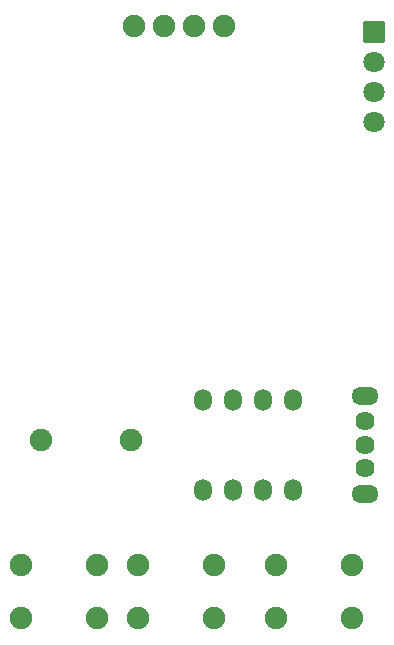
<source format=gts>
G04 Layer: TopSolderMaskLayer*
G04 EasyEDA Pro v2.2.38.8, 2025-05-22 15:01:17*
G04 Gerber Generator version 0.3*
G04 Scale: 100 percent, Rotated: No, Reflected: No*
G04 Dimensions in millimeters*
G04 Leading zeros omitted, absolute positions, 4 integers and 5 decimals*
%FSLAX45Y45*%
%MOMM*%
%AMRoundRect*1,1,$1,$2,$3*1,1,$1,$4,$5*1,1,$1,0-$2,0-$3*1,1,$1,0-$4,0-$5*20,1,$1,$2,$3,$4,$5,0*20,1,$1,$4,$5,0-$2,0-$3,0*20,1,$1,0-$2,0-$3,0-$4,0-$5,0*20,1,$1,0-$4,0-$5,$2,$3,0*4,1,4,$2,$3,$4,$5,0-$2,0-$3,0-$4,0-$5,$2,$3,0*%
%ADD10C,1.9016*%
%ADD11RoundRect,0.09618X0.85271X0.85271X0.85271X-0.85271*%
%ADD12C,1.8016*%
%ADD13C,1.624*%
%ADD14O,2.3X1.5*%
%ADD15O,1.5016X1.85161*%
%ADD16C,1.90002*%
G75*


G04 Pad Start*
G54D10*
G01X1357897Y-4013200D03*
G01X597903Y-4013200D03*
G54D11*
G01X3416300Y-558800D03*
G54D12*
G01X3416300Y-812800D03*
G01X3416300Y-1066800D03*
G01X3416300Y-1320800D03*
G54D13*
G01X3340100Y-4251300D03*
G01X3340100Y-4051300D03*
G01X3340100Y-3851300D03*
G54D14*
G01X3340100Y-3636289D03*
G01X3340100Y-4466311D03*
G54D10*
G01X1074293Y-5520893D03*
G01X424307Y-5520893D03*
G01X1074293Y-5070907D03*
G01X424307Y-5070907D03*
G01X3233293Y-5520893D03*
G01X2583307Y-5520893D03*
G01X3233293Y-5070907D03*
G01X2583307Y-5070907D03*
G01X2064893Y-5520893D03*
G01X1414907Y-5520893D03*
G01X2064893Y-5070907D03*
G01X1414907Y-5070907D03*
G54D15*
G01X1968500Y-4431309D03*
G01X1968500Y-3671291D03*
G01X2222500Y-4431309D03*
G01X2222500Y-3671291D03*
G01X2476500Y-4431309D03*
G01X2476500Y-3671291D03*
G01X2730500Y-4431309D03*
G01X2730500Y-3671291D03*
G54D16*
G01X1384300Y-508000D03*
G01X1638300Y-508000D03*
G01X1892300Y-508000D03*
G01X2146300Y-508000D03*
G04 Pad End*

M02*


</source>
